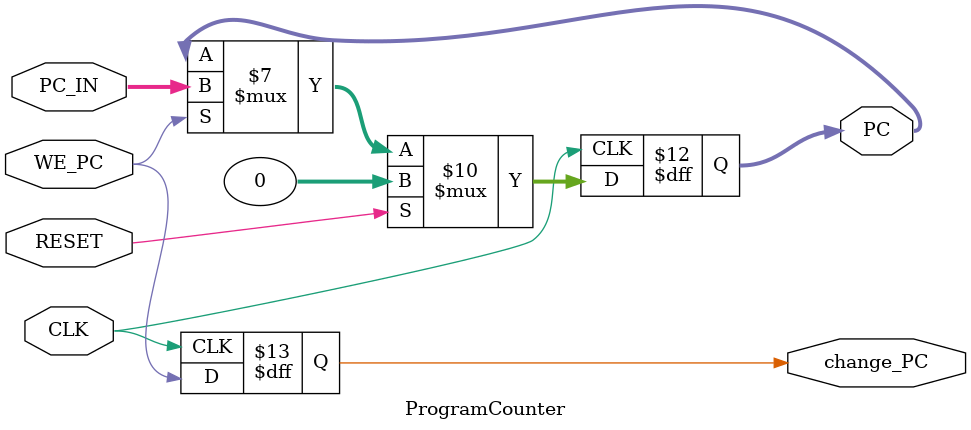
<source format=v>
`timescale 1ns / 1ps
/*
----------------------------------------------------------------------------------
-- Company: NUS	
-- Engineer: (c) Shahzor Ahmad and Rajesh Panicker
-- 
-- Create Date: 09/23/2015 06:49:10 PM
-- Module Name: ProgramCounter
-- Project Name: CG3207 Project
-- Target Devices: Nexys 4 (Artix 7 100T)
-- Tool Versions: Vivado 2015.2
-- Description: ARM Module
-- 
-- Dependencies: NIL
-- 
-- Revision:
-- Revision 0.01 - File Created
-- Additional Comments: 
-- 
----------------------------------------------------------------------------------

----------------------------------------------------------------------------------
--	License terms :
--	You are free to use this code as long as you
--		(i) DO NOT post it on any public repository;
--		(ii) use it only for educational purposes;
--		(iii) accept the responsibility to ensure that your implementation does not violate any intellectual property of ARM Holdings or other entities.
--		(iv) accept that the program is provided "as is" without warranty of any kind or assurance regarding its suitability for any particular purpose;
--		(v)	acknowledge that the program was written based on the microarchitecture described in the book Digital Design and Computer Architecture, ARM Edition by Harris and Harris;
--		(vi) send an email to rajesh.panicker@ieee.org briefly mentioning its use (except when used for the course CG3207 at the National University of Singapore);
--		(vii) retain this notice in this file or any files derived from this.
----------------------------------------------------------------------------------
*/

module ProgramCounter(
    input CLK,
    input RESET,
    input WE_PC,    // write enable
    input [31:0] PC_IN,
    output reg [31:0] PC = 0,
    output reg change_PC = 1  
    );
    
    always@( posedge CLK )
    begin
        if(RESET)begin
            PC <= 0 ;
            change_PC = 1;
        end
        else if(WE_PC)
            PC <= PC_IN ;
        change_PC = WE_PC;        
    end
    
endmodule











</source>
